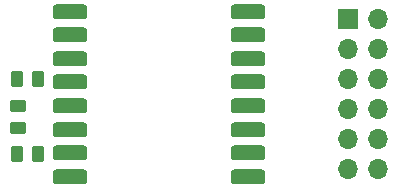
<source format=gbr>
%TF.GenerationSoftware,KiCad,Pcbnew,7.0.10*%
%TF.CreationDate,2024-01-17T19:33:20+01:00*%
%TF.ProjectId,RFM9xW_868,52464d39-7857-45f3-9836-382e6b696361,rev?*%
%TF.SameCoordinates,Original*%
%TF.FileFunction,Soldermask,Top*%
%TF.FilePolarity,Negative*%
%FSLAX46Y46*%
G04 Gerber Fmt 4.6, Leading zero omitted, Abs format (unit mm)*
G04 Created by KiCad (PCBNEW 7.0.10) date 2024-01-17 19:33:20*
%MOMM*%
%LPD*%
G01*
G04 APERTURE LIST*
G04 Aperture macros list*
%AMRoundRect*
0 Rectangle with rounded corners*
0 $1 Rounding radius*
0 $2 $3 $4 $5 $6 $7 $8 $9 X,Y pos of 4 corners*
0 Add a 4 corners polygon primitive as box body*
4,1,4,$2,$3,$4,$5,$6,$7,$8,$9,$2,$3,0*
0 Add four circle primitives for the rounded corners*
1,1,$1+$1,$2,$3*
1,1,$1+$1,$4,$5*
1,1,$1+$1,$6,$7*
1,1,$1+$1,$8,$9*
0 Add four rect primitives between the rounded corners*
20,1,$1+$1,$2,$3,$4,$5,0*
20,1,$1+$1,$4,$5,$6,$7,0*
20,1,$1+$1,$6,$7,$8,$9,0*
20,1,$1+$1,$8,$9,$2,$3,0*%
G04 Aperture macros list end*
%ADD10R,1.700000X1.700000*%
%ADD11O,1.700000X1.700000*%
%ADD12RoundRect,0.250000X-0.262500X-0.450000X0.262500X-0.450000X0.262500X0.450000X-0.262500X0.450000X0*%
%ADD13RoundRect,0.317500X1.157500X0.317500X-1.157500X0.317500X-1.157500X-0.317500X1.157500X-0.317500X0*%
%ADD14RoundRect,0.250000X-0.450000X0.262500X-0.450000X-0.262500X0.450000X-0.262500X0.450000X0.262500X0*%
G04 APERTURE END LIST*
D10*
%TO.C,J1*%
X149860000Y-43180000D03*
D11*
X152400000Y-43180000D03*
X149860000Y-45720000D03*
X152400000Y-45720000D03*
X149860000Y-48260000D03*
X152400000Y-48260000D03*
X149860000Y-50800000D03*
X152400000Y-50800000D03*
X149860000Y-53340000D03*
X152400000Y-53340000D03*
X149860000Y-55880000D03*
X152400000Y-55880000D03*
%TD*%
D12*
%TO.C,M3*%
X121832500Y-54610000D03*
X123657500Y-54610000D03*
%TD*%
D13*
%TO.C,U1*%
X141415000Y-56530000D03*
X141415000Y-54530000D03*
X141415000Y-52530000D03*
X141415000Y-50530000D03*
X141415000Y-48530000D03*
X141415000Y-46530000D03*
X141415000Y-44530000D03*
X141415000Y-42530000D03*
X126365000Y-42530000D03*
X126365000Y-44530000D03*
X126365000Y-46530000D03*
X126365000Y-48530000D03*
X126365000Y-50530000D03*
X126365000Y-52530000D03*
X126365000Y-54530000D03*
X126365000Y-56530000D03*
%TD*%
D12*
%TO.C,M1*%
X121832500Y-48260000D03*
X123657500Y-48260000D03*
%TD*%
D14*
%TO.C,M2*%
X121920000Y-50522500D03*
X121920000Y-52347500D03*
%TD*%
M02*

</source>
